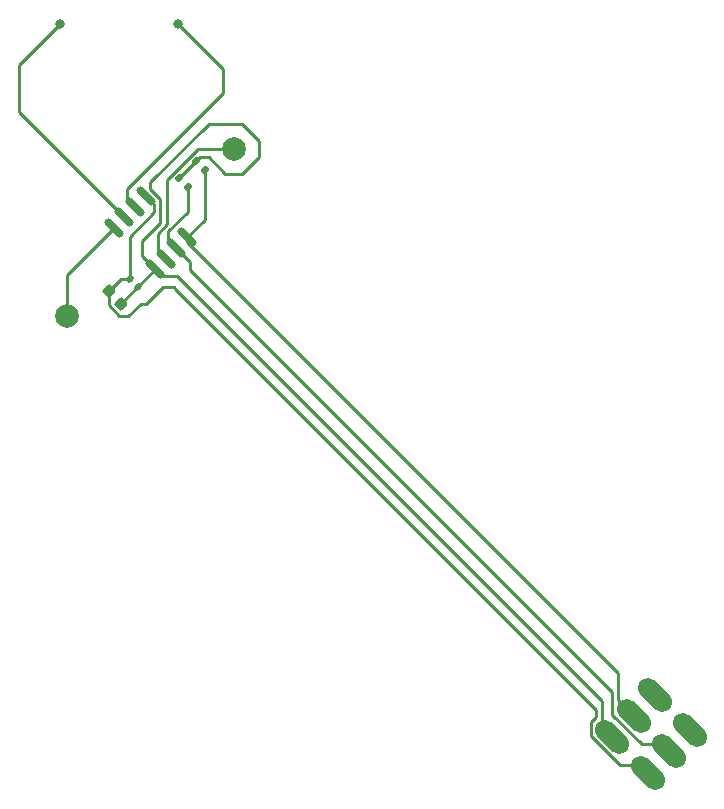
<source format=gbl>
G04 #@! TF.GenerationSoftware,KiCad,Pcbnew,8.0.4-1.fc40*
G04 #@! TF.CreationDate,2024-09-11T15:57:50-07:00*
G04 #@! TF.ProjectId,2024-rfid-sao,32303234-2d72-4666-9964-2d73616f2e6b,rev?*
G04 #@! TF.SameCoordinates,Original*
G04 #@! TF.FileFunction,Copper,L2,Bot*
G04 #@! TF.FilePolarity,Positive*
%FSLAX46Y46*%
G04 Gerber Fmt 4.6, Leading zero omitted, Abs format (unit mm)*
G04 Created by KiCad (PCBNEW 8.0.4-1.fc40) date 2024-09-11 15:57:50*
%MOMM*%
%LPD*%
G01*
G04 APERTURE LIST*
G04 Aperture macros list*
%AMRoundRect*
0 Rectangle with rounded corners*
0 $1 Rounding radius*
0 $2 $3 $4 $5 $6 $7 $8 $9 X,Y pos of 4 corners*
0 Add a 4 corners polygon primitive as box body*
4,1,4,$2,$3,$4,$5,$6,$7,$8,$9,$2,$3,0*
0 Add four circle primitives for the rounded corners*
1,1,$1+$1,$2,$3*
1,1,$1+$1,$4,$5*
1,1,$1+$1,$6,$7*
1,1,$1+$1,$8,$9*
0 Add four rect primitives between the rounded corners*
20,1,$1+$1,$2,$3,$4,$5,0*
20,1,$1+$1,$4,$5,$6,$7,0*
20,1,$1+$1,$6,$7,$8,$9,0*
20,1,$1+$1,$8,$9,$2,$3,0*%
%AMHorizOval*
0 Thick line with rounded ends*
0 $1 width*
0 $2 $3 position (X,Y) of the first rounded end (center of the circle)*
0 $4 $5 position (X,Y) of the second rounded end (center of the circle)*
0 Add line between two ends*
20,1,$1,$2,$3,$4,$5,0*
0 Add two circle primitives to create the rounded ends*
1,1,$1,$2,$3*
1,1,$1,$4,$5*%
G04 Aperture macros list end*
G04 #@! TA.AperFunction,ComponentPad*
%ADD10C,0.800000*%
G04 #@! TD*
G04 #@! TA.AperFunction,SMDPad,CuDef*
%ADD11RoundRect,0.150000X-0.689429X0.477297X0.477297X-0.689429X0.689429X-0.477297X-0.477297X0.689429X0*%
G04 #@! TD*
G04 #@! TA.AperFunction,SMDPad,CuDef*
%ADD12C,2.000000*%
G04 #@! TD*
G04 #@! TA.AperFunction,SMDPad,CuDef*
%ADD13RoundRect,0.140000X0.219203X0.021213X0.021213X0.219203X-0.219203X-0.021213X-0.021213X-0.219203X0*%
G04 #@! TD*
G04 #@! TA.AperFunction,ComponentPad*
%ADD14HorizOval,1.700000X0.601041X-0.601041X-0.601041X0.601041X0*%
G04 #@! TD*
G04 #@! TA.AperFunction,SMDPad,CuDef*
%ADD15RoundRect,0.135000X-0.226274X-0.035355X-0.035355X-0.226274X0.226274X0.035355X0.035355X0.226274X0*%
G04 #@! TD*
G04 #@! TA.AperFunction,SMDPad,CuDef*
%ADD16RoundRect,0.225000X0.335876X0.017678X0.017678X0.335876X-0.335876X-0.017678X-0.017678X-0.335876X0*%
G04 #@! TD*
G04 #@! TA.AperFunction,Conductor*
%ADD17C,0.250000*%
G04 #@! TD*
G04 APERTURE END LIST*
D10*
G04 #@! TO.P,L1,1,1*
G04 #@! TO.N,/AC0*
X83660272Y-110910272D03*
G04 #@! TO.P,L1,2,2*
G04 #@! TO.N,/AC1*
X93660273Y-110910272D03*
G04 #@! TD*
D11*
G04 #@! TO.P,U1,1,VOUT*
G04 #@! TO.N,Net-(U1-VOUT)*
X88240814Y-128184891D03*
G04 #@! TO.P,U1,2,AC0*
G04 #@! TO.N,/AC0*
X89138840Y-127286866D03*
G04 #@! TO.P,U1,3,AC1*
G04 #@! TO.N,/AC1*
X90036866Y-126388840D03*
G04 #@! TO.P,U1,4,GND*
G04 #@! TO.N,GND*
X90934891Y-125490814D03*
G04 #@! TO.P,U1,5,SDA*
G04 #@! TO.N,/SDA*
X94435070Y-128990993D03*
G04 #@! TO.P,U1,6,SCL*
G04 #@! TO.N,/SCL*
X93537044Y-129889018D03*
G04 #@! TO.P,U1,7,BUSY*
G04 #@! TO.N,Net-(U1-BUSY)*
X92639018Y-130787044D03*
G04 #@! TO.P,U1,8,VCC*
G04 #@! TO.N,+3.3V*
X91740993Y-131685070D03*
G04 #@! TD*
D12*
G04 #@! TO.P,TP2,1,1*
G04 #@! TO.N,Net-(U1-BUSY)*
X98409010Y-121516874D03*
G04 #@! TD*
D13*
G04 #@! TO.P,C2,1*
G04 #@! TO.N,+3.3V*
X90263139Y-133169994D03*
G04 #@! TO.P,C2,2*
G04 #@! TO.N,GND*
X89584317Y-132491172D03*
G04 #@! TD*
D14*
G04 #@! TO.P,X1,1,VCC*
G04 #@! TO.N,+3.3V*
X130469231Y-171311334D03*
G04 #@! TO.P,X1,2,GND*
G04 #@! TO.N,GND*
X133467364Y-174309467D03*
G04 #@! TO.P,X1,3,SDA*
G04 #@! TO.N,/SDA*
X132265282Y-169515282D03*
G04 #@! TO.P,X1,4,SCL*
G04 #@! TO.N,/SCL*
X135263416Y-172513416D03*
G04 #@! TO.P,X1,5,GPIO1*
G04 #@! TO.N,unconnected-(X1-GPIO1-Pad5)*
X134061334Y-167719231D03*
G04 #@! TO.P,X1,6,GPIO2*
G04 #@! TO.N,unconnected-(X1-GPIO2-Pad6)*
X137059467Y-170717364D03*
G04 #@! TD*
D12*
G04 #@! TO.P,TP1,1,1*
G04 #@! TO.N,Net-(U1-VOUT)*
X84266874Y-135659010D03*
G04 #@! TD*
D15*
G04 #@! TO.P,R1,1*
G04 #@! TO.N,+3.3V*
X93805745Y-123984677D03*
G04 #@! TO.P,R1,2*
G04 #@! TO.N,/SCL*
X94526993Y-124705925D03*
G04 #@! TD*
G04 #@! TO.P,R2,1*
G04 #@! TO.N,+3.3V*
X95219959Y-122570464D03*
G04 #@! TO.P,R2,2*
G04 #@! TO.N,/SDA*
X95941207Y-123291712D03*
G04 #@! TD*
D16*
G04 #@! TO.P,C1,1*
G04 #@! TO.N,+3.3V*
X88898424Y-134633705D03*
G04 #@! TO.P,C1,2*
G04 #@! TO.N,GND*
X87802408Y-133537689D03*
G04 #@! TD*
D17*
G04 #@! TO.N,GND*
X88721647Y-135659010D02*
X87802408Y-134739771D01*
X131133912Y-173708426D02*
X128614255Y-171188769D01*
X132866323Y-173708426D02*
X131133912Y-173708426D01*
X90534551Y-134598350D02*
X89473891Y-135659010D01*
X89584317Y-128927353D02*
X89584317Y-132491171D01*
X128614255Y-170049955D02*
X129087327Y-169576882D01*
X129087327Y-169576882D02*
X129087327Y-168988977D01*
X88848926Y-132491171D02*
X89584317Y-132491171D01*
X89473891Y-135659010D02*
X88721647Y-135659010D01*
X93347478Y-133212578D02*
X93301639Y-133166739D01*
X90984389Y-134598350D02*
X90534551Y-134598350D01*
X129087327Y-168988977D02*
X93536479Y-133438129D01*
X91624319Y-126180243D02*
X91624319Y-126887351D01*
X87802408Y-133537689D02*
X88848926Y-132491171D01*
X91624319Y-126887351D02*
X89584317Y-128927353D01*
X87802408Y-134739771D02*
X87802408Y-133537689D01*
X90934891Y-125490814D02*
X91624319Y-126180243D01*
X92415999Y-133166739D02*
X90984389Y-134598350D01*
X128614255Y-171188769D02*
X128614255Y-170049955D01*
X93536479Y-133438129D02*
X93347478Y-133212578D01*
X93301639Y-133166739D02*
X92415999Y-133166739D01*
G04 #@! TO.N,+3.3V*
X95219958Y-122570463D02*
X95566440Y-122223981D01*
X90630835Y-130574912D02*
X91740993Y-131685070D01*
X99116117Y-123638194D02*
X100530330Y-122223981D01*
X91337942Y-124345301D02*
X91337942Y-124939271D01*
X96287689Y-119395554D02*
X91337942Y-124345301D01*
X92356176Y-132300253D02*
X91740993Y-131685070D01*
X97701903Y-123638194D02*
X99116117Y-123638194D01*
X92152259Y-127773625D02*
X90630835Y-129295049D01*
X100530330Y-120809767D02*
X99116117Y-119395554D01*
X131070272Y-171912374D02*
X129587327Y-170429429D01*
X90630835Y-129295049D02*
X90630835Y-130574912D01*
X92152259Y-125753588D02*
X92152259Y-127773625D01*
X93805745Y-123984677D02*
X95219958Y-122570463D01*
X90263140Y-133169994D02*
X88898424Y-134534710D01*
X129587327Y-168251540D02*
X93636039Y-132300253D01*
X96287689Y-122223981D02*
X97701903Y-123638194D01*
X95566440Y-122223981D02*
X96287689Y-122223981D01*
X88898424Y-134534710D02*
X88898424Y-134633705D01*
X100530330Y-122223981D02*
X100530330Y-120809767D01*
X91740993Y-131685070D02*
X90263140Y-133162923D01*
X99116117Y-119395554D02*
X96287689Y-119395554D01*
X91337942Y-124939271D02*
X92152259Y-125753588D01*
X129587327Y-170429429D02*
X129587327Y-168251540D01*
X90263140Y-133162923D02*
X90263140Y-133169994D01*
X93636039Y-132300253D02*
X92356176Y-132300253D01*
G04 #@! TO.N,/SCL*
X130435922Y-169418334D02*
X132929963Y-171912374D01*
X132929963Y-171912374D02*
X134662374Y-171912374D01*
X92847616Y-128492482D02*
X92847616Y-129199590D01*
X93537044Y-129889018D02*
X94696699Y-131048674D01*
X94526994Y-124705926D02*
X94526994Y-126813104D01*
X92847616Y-129199590D02*
X93537044Y-129889018D01*
X94696699Y-131048674D02*
X94696699Y-131739592D01*
X94526994Y-126813104D02*
X92847616Y-128492482D01*
X130435922Y-167478815D02*
X130435922Y-169418334D01*
X94696699Y-131739592D02*
X130435922Y-167478815D01*
G04 #@! TO.N,/SDA*
X130935922Y-168185922D02*
X130935922Y-165916107D01*
X132512770Y-169762770D02*
X130935922Y-168185922D01*
X95941207Y-127484855D02*
X95941207Y-123291712D01*
X94435070Y-128990993D02*
X95941207Y-127484855D01*
X94435070Y-129415255D02*
X94435070Y-128990993D01*
X130935922Y-165916107D02*
X94435070Y-129415255D01*
G04 #@! TO.N,Net-(U1-VOUT)*
X84266874Y-132158831D02*
X88240814Y-128184891D01*
X84266874Y-135659010D02*
X84266874Y-132158831D01*
G04 #@! TO.N,Net-(U1-BUSY)*
X91949590Y-128683401D02*
X92752155Y-127880835D01*
X91949590Y-130097616D02*
X91949590Y-128683401D01*
X92752155Y-127880835D02*
X92752155Y-124126098D01*
X92752155Y-124126098D02*
X95361380Y-121516874D01*
X95361380Y-121516874D02*
X98409010Y-121516874D01*
X92639018Y-130787044D02*
X91949590Y-130097616D01*
G04 #@! TO.N,/AC1*
X97525126Y-114775126D02*
X97525126Y-116743903D01*
X93660273Y-110910272D02*
X97525126Y-114775126D01*
X89393398Y-124875631D02*
X89393398Y-125745373D01*
X89393398Y-125745373D02*
X90036865Y-126388840D01*
X97525126Y-116743903D02*
X89393398Y-124875631D01*
G04 #@! TO.N,/AC0*
X80201010Y-114369535D02*
X80201010Y-118349036D01*
X80201010Y-118349036D02*
X89138840Y-127286865D01*
X83660273Y-110910272D02*
X80201010Y-114369535D01*
G04 #@! TD*
M02*

</source>
